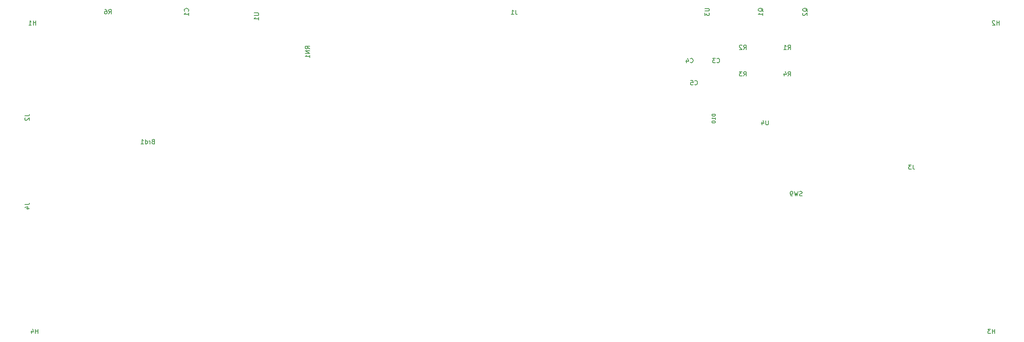
<source format=gbr>
%TF.GenerationSoftware,KiCad,Pcbnew,(6.0.11)*%
%TF.CreationDate,2023-12-23T16:41:23-05:00*%
%TF.ProjectId,front-panel.processor,66726f6e-742d-4706-916e-656c2e70726f,rev?*%
%TF.SameCoordinates,Original*%
%TF.FileFunction,Legend,Bot*%
%TF.FilePolarity,Positive*%
%FSLAX46Y46*%
G04 Gerber Fmt 4.6, Leading zero omitted, Abs format (unit mm)*
G04 Created by KiCad (PCBNEW (6.0.11)) date 2023-12-23 16:41:23*
%MOMM*%
%LPD*%
G01*
G04 APERTURE LIST*
%ADD10C,0.150000*%
%ADD11C,0.200000*%
G04 APERTURE END LIST*
D10*
%TO.C,J1*%
X152833333Y-154569880D02*
X152833333Y-155284166D01*
X152880952Y-155427023D01*
X152976190Y-155522261D01*
X153119047Y-155569880D01*
X153214285Y-155569880D01*
X151833333Y-155569880D02*
X152404761Y-155569880D01*
X152119047Y-155569880D02*
X152119047Y-154569880D01*
X152214285Y-154712738D01*
X152309523Y-154807976D01*
X152404761Y-154855595D01*
%TO.C,J2*%
X42307380Y-178416666D02*
X43021666Y-178416666D01*
X43164523Y-178369047D01*
X43259761Y-178273809D01*
X43307380Y-178130952D01*
X43307380Y-178035714D01*
X42402619Y-178845238D02*
X42355000Y-178892857D01*
X42307380Y-178988095D01*
X42307380Y-179226190D01*
X42355000Y-179321428D01*
X42402619Y-179369047D01*
X42497857Y-179416666D01*
X42593095Y-179416666D01*
X42735952Y-179369047D01*
X43307380Y-178797619D01*
X43307380Y-179416666D01*
%TO.C,H1*%
X44761904Y-157952380D02*
X44761904Y-156952380D01*
X44761904Y-157428571D02*
X44190476Y-157428571D01*
X44190476Y-157952380D02*
X44190476Y-156952380D01*
X43190476Y-157952380D02*
X43761904Y-157952380D01*
X43476190Y-157952380D02*
X43476190Y-156952380D01*
X43571428Y-157095238D01*
X43666666Y-157190476D01*
X43761904Y-157238095D01*
%TO.C,H2*%
X261761904Y-157952380D02*
X261761904Y-156952380D01*
X261761904Y-157428571D02*
X261190476Y-157428571D01*
X261190476Y-157952380D02*
X261190476Y-156952380D01*
X260761904Y-157047619D02*
X260714285Y-157000000D01*
X260619047Y-156952380D01*
X260380952Y-156952380D01*
X260285714Y-157000000D01*
X260238095Y-157047619D01*
X260190476Y-157142857D01*
X260190476Y-157238095D01*
X260238095Y-157380952D01*
X260809523Y-157952380D01*
X260190476Y-157952380D01*
%TO.C,H3*%
X260761904Y-227452380D02*
X260761904Y-226452380D01*
X260761904Y-226928571D02*
X260190476Y-226928571D01*
X260190476Y-227452380D02*
X260190476Y-226452380D01*
X259809523Y-226452380D02*
X259190476Y-226452380D01*
X259523809Y-226833333D01*
X259380952Y-226833333D01*
X259285714Y-226880952D01*
X259238095Y-226928571D01*
X259190476Y-227023809D01*
X259190476Y-227261904D01*
X259238095Y-227357142D01*
X259285714Y-227404761D01*
X259380952Y-227452380D01*
X259666666Y-227452380D01*
X259761904Y-227404761D01*
X259809523Y-227357142D01*
%TO.C,H4*%
X45261904Y-227452380D02*
X45261904Y-226452380D01*
X45261904Y-226928571D02*
X44690476Y-226928571D01*
X44690476Y-227452380D02*
X44690476Y-226452380D01*
X43785714Y-226785714D02*
X43785714Y-227452380D01*
X44023809Y-226404761D02*
X44261904Y-227119047D01*
X43642857Y-227119047D01*
%TO.C,R6*%
X61166666Y-155452380D02*
X61500000Y-154976190D01*
X61738095Y-155452380D02*
X61738095Y-154452380D01*
X61357142Y-154452380D01*
X61261904Y-154500000D01*
X61214285Y-154547619D01*
X61166666Y-154642857D01*
X61166666Y-154785714D01*
X61214285Y-154880952D01*
X61261904Y-154928571D01*
X61357142Y-154976190D01*
X61738095Y-154976190D01*
X60309523Y-154452380D02*
X60500000Y-154452380D01*
X60595238Y-154500000D01*
X60642857Y-154547619D01*
X60738095Y-154690476D01*
X60785714Y-154880952D01*
X60785714Y-155261904D01*
X60738095Y-155357142D01*
X60690476Y-155404761D01*
X60595238Y-155452380D01*
X60404761Y-155452380D01*
X60309523Y-155404761D01*
X60261904Y-155357142D01*
X60214285Y-155261904D01*
X60214285Y-155023809D01*
X60261904Y-154928571D01*
X60309523Y-154880952D01*
X60404761Y-154833333D01*
X60595238Y-154833333D01*
X60690476Y-154880952D01*
X60738095Y-154928571D01*
X60785714Y-155023809D01*
%TO.C,R3*%
X204166666Y-169452380D02*
X204500000Y-168976190D01*
X204738095Y-169452380D02*
X204738095Y-168452380D01*
X204357142Y-168452380D01*
X204261904Y-168500000D01*
X204214285Y-168547619D01*
X204166666Y-168642857D01*
X204166666Y-168785714D01*
X204214285Y-168880952D01*
X204261904Y-168928571D01*
X204357142Y-168976190D01*
X204738095Y-168976190D01*
X203833333Y-168452380D02*
X203214285Y-168452380D01*
X203547619Y-168833333D01*
X203404761Y-168833333D01*
X203309523Y-168880952D01*
X203261904Y-168928571D01*
X203214285Y-169023809D01*
X203214285Y-169261904D01*
X203261904Y-169357142D01*
X203309523Y-169404761D01*
X203404761Y-169452380D01*
X203690476Y-169452380D01*
X203785714Y-169404761D01*
X203833333Y-169357142D01*
%TO.C,SW9*%
X217333333Y-196404761D02*
X217190476Y-196452380D01*
X216952380Y-196452380D01*
X216857142Y-196404761D01*
X216809523Y-196357142D01*
X216761904Y-196261904D01*
X216761904Y-196166666D01*
X216809523Y-196071428D01*
X216857142Y-196023809D01*
X216952380Y-195976190D01*
X217142857Y-195928571D01*
X217238095Y-195880952D01*
X217285714Y-195833333D01*
X217333333Y-195738095D01*
X217333333Y-195642857D01*
X217285714Y-195547619D01*
X217238095Y-195500000D01*
X217142857Y-195452380D01*
X216904761Y-195452380D01*
X216761904Y-195500000D01*
X216428571Y-195452380D02*
X216190476Y-196452380D01*
X216000000Y-195738095D01*
X215809523Y-196452380D01*
X215571428Y-195452380D01*
X215142857Y-196452380D02*
X214952380Y-196452380D01*
X214857142Y-196404761D01*
X214809523Y-196357142D01*
X214714285Y-196214285D01*
X214666666Y-196023809D01*
X214666666Y-195642857D01*
X214714285Y-195547619D01*
X214761904Y-195500000D01*
X214857142Y-195452380D01*
X215047619Y-195452380D01*
X215142857Y-195500000D01*
X215190476Y-195547619D01*
X215238095Y-195642857D01*
X215238095Y-195880952D01*
X215190476Y-195976190D01*
X215142857Y-196023809D01*
X215047619Y-196071428D01*
X214857142Y-196071428D01*
X214761904Y-196023809D01*
X214714285Y-195976190D01*
X214666666Y-195880952D01*
%TO.C,R4*%
X214166666Y-169452380D02*
X214500000Y-168976190D01*
X214738095Y-169452380D02*
X214738095Y-168452380D01*
X214357142Y-168452380D01*
X214261904Y-168500000D01*
X214214285Y-168547619D01*
X214166666Y-168642857D01*
X214166666Y-168785714D01*
X214214285Y-168880952D01*
X214261904Y-168928571D01*
X214357142Y-168976190D01*
X214738095Y-168976190D01*
X213309523Y-168785714D02*
X213309523Y-169452380D01*
X213547619Y-168404761D02*
X213785714Y-169119047D01*
X213166666Y-169119047D01*
%TO.C,U1*%
X93957380Y-155228095D02*
X94766904Y-155228095D01*
X94862142Y-155275714D01*
X94909761Y-155323333D01*
X94957380Y-155418571D01*
X94957380Y-155609047D01*
X94909761Y-155704285D01*
X94862142Y-155751904D01*
X94766904Y-155799523D01*
X93957380Y-155799523D01*
X94957380Y-156799523D02*
X94957380Y-156228095D01*
X94957380Y-156513809D02*
X93957380Y-156513809D01*
X94100238Y-156418571D01*
X94195476Y-156323333D01*
X94243095Y-156228095D01*
%TO.C,Q2*%
X218547619Y-154904761D02*
X218500000Y-154809523D01*
X218404761Y-154714285D01*
X218261904Y-154571428D01*
X218214285Y-154476190D01*
X218214285Y-154380952D01*
X218452380Y-154428571D02*
X218404761Y-154333333D01*
X218309523Y-154238095D01*
X218119047Y-154190476D01*
X217785714Y-154190476D01*
X217595238Y-154238095D01*
X217500000Y-154333333D01*
X217452380Y-154428571D01*
X217452380Y-154619047D01*
X217500000Y-154714285D01*
X217595238Y-154809523D01*
X217785714Y-154857142D01*
X218119047Y-154857142D01*
X218309523Y-154809523D01*
X218404761Y-154714285D01*
X218452380Y-154619047D01*
X218452380Y-154428571D01*
X217547619Y-155238095D02*
X217500000Y-155285714D01*
X217452380Y-155380952D01*
X217452380Y-155619047D01*
X217500000Y-155714285D01*
X217547619Y-155761904D01*
X217642857Y-155809523D01*
X217738095Y-155809523D01*
X217880952Y-155761904D01*
X218452380Y-155190476D01*
X218452380Y-155809523D01*
%TO.C,C1*%
X79107142Y-154833333D02*
X79154761Y-154785714D01*
X79202380Y-154642857D01*
X79202380Y-154547619D01*
X79154761Y-154404761D01*
X79059523Y-154309523D01*
X78964285Y-154261904D01*
X78773809Y-154214285D01*
X78630952Y-154214285D01*
X78440476Y-154261904D01*
X78345238Y-154309523D01*
X78250000Y-154404761D01*
X78202380Y-154547619D01*
X78202380Y-154642857D01*
X78250000Y-154785714D01*
X78297619Y-154833333D01*
X79202380Y-155785714D02*
X79202380Y-155214285D01*
X79202380Y-155500000D02*
X78202380Y-155500000D01*
X78345238Y-155404761D01*
X78440476Y-155309523D01*
X78488095Y-155214285D01*
%TO.C,Q1*%
X208547619Y-154904761D02*
X208500000Y-154809523D01*
X208404761Y-154714285D01*
X208261904Y-154571428D01*
X208214285Y-154476190D01*
X208214285Y-154380952D01*
X208452380Y-154428571D02*
X208404761Y-154333333D01*
X208309523Y-154238095D01*
X208119047Y-154190476D01*
X207785714Y-154190476D01*
X207595238Y-154238095D01*
X207500000Y-154333333D01*
X207452380Y-154428571D01*
X207452380Y-154619047D01*
X207500000Y-154714285D01*
X207595238Y-154809523D01*
X207785714Y-154857142D01*
X208119047Y-154857142D01*
X208309523Y-154809523D01*
X208404761Y-154714285D01*
X208452380Y-154619047D01*
X208452380Y-154428571D01*
X208452380Y-155809523D02*
X208452380Y-155238095D01*
X208452380Y-155523809D02*
X207452380Y-155523809D01*
X207595238Y-155428571D01*
X207690476Y-155333333D01*
X207738095Y-155238095D01*
%TO.C,J3*%
X242333333Y-189452380D02*
X242333333Y-190166666D01*
X242380952Y-190309523D01*
X242476190Y-190404761D01*
X242619047Y-190452380D01*
X242714285Y-190452380D01*
X241952380Y-189452380D02*
X241333333Y-189452380D01*
X241666666Y-189833333D01*
X241523809Y-189833333D01*
X241428571Y-189880952D01*
X241380952Y-189928571D01*
X241333333Y-190023809D01*
X241333333Y-190261904D01*
X241380952Y-190357142D01*
X241428571Y-190404761D01*
X241523809Y-190452380D01*
X241809523Y-190452380D01*
X241904761Y-190404761D01*
X241952380Y-190357142D01*
%TO.C,C5*%
X193166666Y-171357142D02*
X193214285Y-171404761D01*
X193357142Y-171452380D01*
X193452380Y-171452380D01*
X193595238Y-171404761D01*
X193690476Y-171309523D01*
X193738095Y-171214285D01*
X193785714Y-171023809D01*
X193785714Y-170880952D01*
X193738095Y-170690476D01*
X193690476Y-170595238D01*
X193595238Y-170500000D01*
X193452380Y-170452380D01*
X193357142Y-170452380D01*
X193214285Y-170500000D01*
X193166666Y-170547619D01*
X192261904Y-170452380D02*
X192738095Y-170452380D01*
X192785714Y-170928571D01*
X192738095Y-170880952D01*
X192642857Y-170833333D01*
X192404761Y-170833333D01*
X192309523Y-170880952D01*
X192261904Y-170928571D01*
X192214285Y-171023809D01*
X192214285Y-171261904D01*
X192261904Y-171357142D01*
X192309523Y-171404761D01*
X192404761Y-171452380D01*
X192642857Y-171452380D01*
X192738095Y-171404761D01*
X192785714Y-171357142D01*
%TO.C,C3*%
X198166666Y-166357142D02*
X198214285Y-166404761D01*
X198357142Y-166452380D01*
X198452380Y-166452380D01*
X198595238Y-166404761D01*
X198690476Y-166309523D01*
X198738095Y-166214285D01*
X198785714Y-166023809D01*
X198785714Y-165880952D01*
X198738095Y-165690476D01*
X198690476Y-165595238D01*
X198595238Y-165500000D01*
X198452380Y-165452380D01*
X198357142Y-165452380D01*
X198214285Y-165500000D01*
X198166666Y-165547619D01*
X197833333Y-165452380D02*
X197214285Y-165452380D01*
X197547619Y-165833333D01*
X197404761Y-165833333D01*
X197309523Y-165880952D01*
X197261904Y-165928571D01*
X197214285Y-166023809D01*
X197214285Y-166261904D01*
X197261904Y-166357142D01*
X197309523Y-166404761D01*
X197404761Y-166452380D01*
X197690476Y-166452380D01*
X197785714Y-166404761D01*
X197833333Y-166357142D01*
%TO.C,C4*%
X192166666Y-166357142D02*
X192214285Y-166404761D01*
X192357142Y-166452380D01*
X192452380Y-166452380D01*
X192595238Y-166404761D01*
X192690476Y-166309523D01*
X192738095Y-166214285D01*
X192785714Y-166023809D01*
X192785714Y-165880952D01*
X192738095Y-165690476D01*
X192690476Y-165595238D01*
X192595238Y-165500000D01*
X192452380Y-165452380D01*
X192357142Y-165452380D01*
X192214285Y-165500000D01*
X192166666Y-165547619D01*
X191309523Y-165785714D02*
X191309523Y-166452380D01*
X191547619Y-165404761D02*
X191785714Y-166119047D01*
X191166666Y-166119047D01*
%TO.C,J4*%
X42307380Y-198416666D02*
X43021666Y-198416666D01*
X43164523Y-198369047D01*
X43259761Y-198273809D01*
X43307380Y-198130952D01*
X43307380Y-198035714D01*
X42640714Y-199321428D02*
X43307380Y-199321428D01*
X42259761Y-199083333D02*
X42974047Y-198845238D01*
X42974047Y-199464285D01*
%TO.C,R1*%
X214166666Y-163452380D02*
X214500000Y-162976190D01*
X214738095Y-163452380D02*
X214738095Y-162452380D01*
X214357142Y-162452380D01*
X214261904Y-162500000D01*
X214214285Y-162547619D01*
X214166666Y-162642857D01*
X214166666Y-162785714D01*
X214214285Y-162880952D01*
X214261904Y-162928571D01*
X214357142Y-162976190D01*
X214738095Y-162976190D01*
X213214285Y-163452380D02*
X213785714Y-163452380D01*
X213500000Y-163452380D02*
X213500000Y-162452380D01*
X213595238Y-162595238D01*
X213690476Y-162690476D01*
X213785714Y-162738095D01*
%TO.C,RN1*%
X106452380Y-163309523D02*
X105976190Y-162976190D01*
X106452380Y-162738095D02*
X105452380Y-162738095D01*
X105452380Y-163119047D01*
X105500000Y-163214285D01*
X105547619Y-163261904D01*
X105642857Y-163309523D01*
X105785714Y-163309523D01*
X105880952Y-163261904D01*
X105928571Y-163214285D01*
X105976190Y-163119047D01*
X105976190Y-162738095D01*
X106452380Y-163738095D02*
X105452380Y-163738095D01*
X106452380Y-164309523D01*
X105452380Y-164309523D01*
X106452380Y-165309523D02*
X106452380Y-164738095D01*
X106452380Y-165023809D02*
X105452380Y-165023809D01*
X105595238Y-164928571D01*
X105690476Y-164833333D01*
X105738095Y-164738095D01*
D11*
%TO.C,D10*%
X197816904Y-178028571D02*
X197016904Y-178028571D01*
X197016904Y-178219047D01*
X197055000Y-178333333D01*
X197131190Y-178409523D01*
X197207380Y-178447619D01*
X197359761Y-178485714D01*
X197474047Y-178485714D01*
X197626428Y-178447619D01*
X197702619Y-178409523D01*
X197778809Y-178333333D01*
X197816904Y-178219047D01*
X197816904Y-178028571D01*
X197816904Y-179247619D02*
X197816904Y-178790476D01*
X197816904Y-179019047D02*
X197016904Y-179019047D01*
X197131190Y-178942857D01*
X197207380Y-178866666D01*
X197245476Y-178790476D01*
X197016904Y-179742857D02*
X197016904Y-179819047D01*
X197055000Y-179895238D01*
X197093095Y-179933333D01*
X197169285Y-179971428D01*
X197321666Y-180009523D01*
X197512142Y-180009523D01*
X197664523Y-179971428D01*
X197740714Y-179933333D01*
X197778809Y-179895238D01*
X197816904Y-179819047D01*
X197816904Y-179742857D01*
X197778809Y-179666666D01*
X197740714Y-179628571D01*
X197664523Y-179590476D01*
X197512142Y-179552380D01*
X197321666Y-179552380D01*
X197169285Y-179590476D01*
X197093095Y-179628571D01*
X197055000Y-179666666D01*
X197016904Y-179742857D01*
D10*
%TO.C,Brd1*%
X71166666Y-184182571D02*
X71023809Y-184230190D01*
X70976190Y-184277809D01*
X70928571Y-184373047D01*
X70928571Y-184515904D01*
X70976190Y-184611142D01*
X71023809Y-184658761D01*
X71119047Y-184706380D01*
X71500000Y-184706380D01*
X71500000Y-183706380D01*
X71166666Y-183706380D01*
X71071428Y-183754000D01*
X71023809Y-183801619D01*
X70976190Y-183896857D01*
X70976190Y-183992095D01*
X71023809Y-184087333D01*
X71071428Y-184134952D01*
X71166666Y-184182571D01*
X71500000Y-184182571D01*
X70500000Y-184706380D02*
X70500000Y-184039714D01*
X70500000Y-184230190D02*
X70452380Y-184134952D01*
X70404761Y-184087333D01*
X70309523Y-184039714D01*
X70214285Y-184039714D01*
X69452380Y-184706380D02*
X69452380Y-183706380D01*
X69452380Y-184658761D02*
X69547619Y-184706380D01*
X69738095Y-184706380D01*
X69833333Y-184658761D01*
X69880952Y-184611142D01*
X69928571Y-184515904D01*
X69928571Y-184230190D01*
X69880952Y-184134952D01*
X69833333Y-184087333D01*
X69738095Y-184039714D01*
X69547619Y-184039714D01*
X69452380Y-184087333D01*
X68452380Y-184706380D02*
X69023809Y-184706380D01*
X68738095Y-184706380D02*
X68738095Y-183706380D01*
X68833333Y-183849238D01*
X68928571Y-183944476D01*
X69023809Y-183992095D01*
%TO.C,U4*%
X209746666Y-179463333D02*
X209746666Y-180256666D01*
X209700000Y-180350000D01*
X209653333Y-180396666D01*
X209560000Y-180443333D01*
X209373333Y-180443333D01*
X209280000Y-180396666D01*
X209233333Y-180350000D01*
X209186666Y-180256666D01*
X209186666Y-179463333D01*
X208300000Y-179790000D02*
X208300000Y-180443333D01*
X208533333Y-179416666D02*
X208766666Y-180116666D01*
X208160000Y-180116666D01*
%TO.C,R2*%
X204166666Y-163452380D02*
X204500000Y-162976190D01*
X204738095Y-163452380D02*
X204738095Y-162452380D01*
X204357142Y-162452380D01*
X204261904Y-162500000D01*
X204214285Y-162547619D01*
X204166666Y-162642857D01*
X204166666Y-162785714D01*
X204214285Y-162880952D01*
X204261904Y-162928571D01*
X204357142Y-162976190D01*
X204738095Y-162976190D01*
X203785714Y-162547619D02*
X203738095Y-162500000D01*
X203642857Y-162452380D01*
X203404761Y-162452380D01*
X203309523Y-162500000D01*
X203261904Y-162547619D01*
X203214285Y-162642857D01*
X203214285Y-162738095D01*
X203261904Y-162880952D01*
X203833333Y-163452380D01*
X203214285Y-163452380D01*
%TO.C,U3*%
X195452380Y-154238095D02*
X196261904Y-154238095D01*
X196357142Y-154285714D01*
X196404761Y-154333333D01*
X196452380Y-154428571D01*
X196452380Y-154619047D01*
X196404761Y-154714285D01*
X196357142Y-154761904D01*
X196261904Y-154809523D01*
X195452380Y-154809523D01*
X195452380Y-155190476D02*
X195452380Y-155809523D01*
X195833333Y-155476190D01*
X195833333Y-155619047D01*
X195880952Y-155714285D01*
X195928571Y-155761904D01*
X196023809Y-155809523D01*
X196261904Y-155809523D01*
X196357142Y-155761904D01*
X196404761Y-155714285D01*
X196452380Y-155619047D01*
X196452380Y-155333333D01*
X196404761Y-155238095D01*
X196357142Y-155190476D01*
%TD*%
M02*

</source>
